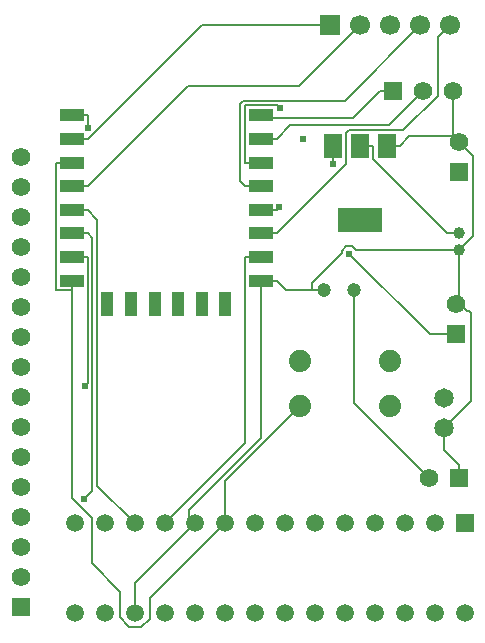
<source format=gtl>
G04 ---------------------------- Layer name :TOP LAYER*
G04 EasyEDA v5.7.22, Tue, 28 Aug 2018 09:43:57 GMT*
G04 05ccef7fa68345538657c4b36dae5f98*
G04 Gerber Generator version 0.2*
G04 Scale: 100 percent, Rotated: No, Reflected: No *
G04 Dimensions in inches *
G04 leading zeros omitted , absolute positions ,2 integer and 4 decimal *
%FSLAX24Y24*%
%MOIN*%
G90*
G70D02*

%ADD11C,0.006000*%
%ADD12C,0.024400*%
%ADD13C,0.024000*%
%ADD14R,0.078740X0.039370*%
%ADD15R,0.039370X0.078740*%
%ADD16R,0.149606X0.078740*%
%ADD17R,0.059055X0.078740*%
%ADD18C,0.059055*%
%ADD19R,0.059055X0.059055*%
%ADD20C,0.047000*%
%ADD21C,0.074000*%
%ADD22C,0.065000*%
%ADD23C,0.039370*%
%ADD24R,0.062000X0.062000*%
%ADD25C,0.062000*%
%ADD26R,0.066929X0.066929*%
%ADD27C,0.066929*%

%LPD*%
G54D11*
G01X2700Y18700D02*
G01X3225Y18700D01*
G01X3253Y18284D02*
G01X3253Y18671D01*
G01X3225Y18700D01*
G01X3225Y14763D02*
G01X3386Y14601D01*
G01X3386Y6180D01*
G01X3103Y5898D01*
G01X2700Y14763D02*
G01X3225Y14763D01*
G01X9615Y15640D02*
G01X9525Y15548D01*
G01X9000Y15548D02*
G01X9525Y15548D01*
G01X15500Y11400D02*
G01X14627Y11400D01*
G01X11943Y14084D01*
G01X8475Y17123D02*
G01X8475Y19021D01*
G01X8480Y19027D01*
G01X9544Y19027D01*
G01X9638Y18934D01*
G01X9000Y17123D02*
G01X8475Y17123D01*
G01X11394Y17155D02*
G01X11394Y17063D01*
G01X11394Y17680D02*
G01X11394Y17155D01*
G01X14600Y6600D02*
G01X12089Y9109D01*
G01X12089Y12869D01*
G01X2701Y12890D02*
G01X2701Y13188D01*
G01X7800Y5100D02*
G01X5300Y2600D01*
G01X5300Y1926D01*
G01X5021Y1650D01*
G01X4619Y1650D01*
G01X4296Y1973D01*
G01X4296Y2823D01*
G01X3357Y3763D01*
G01X3357Y5290D01*
G01X2701Y5946D01*
G01X2701Y12890D01*
G01X2701Y12890D02*
G01X2175Y12890D01*
G01X2175Y17125D01*
G01X2700Y17125D02*
G01X2175Y17125D01*
G01X10300Y9000D02*
G01X7800Y6500D01*
G01X7800Y5100D01*
G01X12300Y17680D02*
G01X12726Y17680D01*
G01X12726Y17680D02*
G01X12726Y17253D01*
G01X15189Y14790D01*
G01X15600Y14790D01*
G01X6800Y5100D02*
G01X6601Y5298D01*
G01X6601Y5530D01*
G01X9000Y7928D01*
G01X9000Y13186D01*
G01X10706Y12869D02*
G01X10706Y13111D01*
G01X11692Y14096D01*
G01X11692Y14188D01*
G01X11839Y14336D01*
G01X12047Y14336D01*
G01X12181Y14200D01*
G01X15600Y14200D01*
G01X10706Y12869D02*
G01X9839Y12869D01*
G01X9523Y13186D01*
G01X11089Y12869D02*
G01X10706Y12869D01*
G01X6800Y5100D02*
G01X4800Y3100D01*
G01X4800Y2100D01*
G01X13206Y17680D02*
G01X13631Y17680D01*
G01X9000Y13186D02*
G01X9523Y13186D01*
G01X15400Y18000D02*
G01X15600Y17800D01*
G01X15400Y19500D02*
G01X15400Y18000D01*
G01X15400Y18000D02*
G01X13952Y18000D01*
G01X13631Y17680D01*
G01X15600Y13350D02*
G01X15600Y12446D01*
G01X15860Y12186D01*
G01X15923Y12186D01*
G01X16006Y12103D01*
G01X16006Y9167D01*
G01X15100Y8261D01*
G01X15600Y13350D02*
G01X15600Y14200D01*
G01X15500Y12400D02*
G01X15600Y12500D01*
G01X15600Y13350D01*
G01X15600Y17800D02*
G01X16067Y17332D01*
G01X16067Y14667D01*
G01X15600Y14200D01*
G01X15600Y6600D02*
G01X15600Y7040D01*
G01X15600Y7040D02*
G01X15100Y7540D01*
G01X15100Y8261D01*
G01X11300Y21700D02*
G01X7023Y21700D01*
G01X3236Y17911D01*
G01X3225Y17911D01*
G01X2700Y17911D02*
G01X3225Y17911D01*
G01X3225Y16338D02*
G01X6569Y19682D01*
G01X10281Y19682D01*
G01X12300Y21700D01*
G01X2700Y16338D02*
G01X3225Y16338D01*
G01X3225Y15550D02*
G01X3548Y15226D01*
G01X3548Y6351D01*
G01X4800Y5100D01*
G01X2700Y15550D02*
G01X3225Y15550D01*
G01X5800Y5100D02*
G01X8475Y7775D01*
G01X8475Y13975D01*
G01X9000Y13975D02*
G01X8475Y13975D01*
G01X9001Y14761D02*
G01X9525Y14761D01*
G01X9525Y14761D02*
G01X11847Y17084D01*
G01X11847Y18115D01*
G01X11936Y18205D01*
G01X13748Y18205D01*
G01X14900Y19355D01*
G01X14900Y21300D01*
G01X15300Y21700D01*
G01X8475Y16336D02*
G01X8313Y16498D01*
G01X8313Y19088D01*
G01X8413Y19188D01*
G01X11788Y19188D01*
G01X14300Y21700D01*
G01X9000Y16336D02*
G01X8475Y16336D01*
G01X9000Y17911D02*
G01X9525Y17911D01*
G01X14400Y19500D02*
G01X13271Y18371D01*
G01X9984Y18371D01*
G01X9525Y17911D01*
G01X12959Y19500D02*
G01X12071Y18611D01*
G01X9086Y18611D01*
G01X9000Y18698D01*
G01X13400Y19500D02*
G01X12959Y19500D01*
G01X2700Y13976D02*
G01X3225Y13976D01*
G01X3128Y9671D02*
G01X3225Y9767D01*
G01X3225Y13976D01*
G54D14*
G01X2700Y18700D03*
G01X2700Y17912D03*
G01X2700Y17125D03*
G01X2700Y16338D03*
G01X2700Y15550D03*
G01X2700Y14763D03*
G01X2700Y13976D03*
G01X2700Y13188D03*
G54D15*
G01X3882Y12400D03*
G01X4668Y12401D03*
G01X5455Y12400D03*
G01X6242Y12400D03*
G01X7030Y12400D03*
G01X7817Y12400D03*
G54D14*
G01X8999Y13186D03*
G01X9000Y13975D03*
G01X9000Y14761D03*
G01X9000Y15548D03*
G01X9000Y16336D03*
G01X9000Y17123D03*
G01X9000Y17911D03*
G01X9000Y18698D03*
G54D16*
G01X12300Y15200D03*
G54D17*
G01X12300Y17680D03*
G01X11394Y17680D03*
G01X13205Y17680D03*
G54D18*
G01X2800Y2100D03*
G01X3800Y2100D03*
G01X4800Y2100D03*
G01X5800Y2100D03*
G01X6800Y2100D03*
G01X7800Y2100D03*
G01X8800Y2100D03*
G01X9800Y2100D03*
G01X10800Y2100D03*
G01X11800Y2100D03*
G01X12800Y2100D03*
G01X13800Y2100D03*
G01X14800Y2100D03*
G01X15800Y2100D03*
G01X2800Y5100D03*
G01X3800Y5100D03*
G01X4800Y5100D03*
G01X5800Y5100D03*
G01X6800Y5100D03*
G01X7800Y5100D03*
G01X8800Y5100D03*
G01X9800Y5100D03*
G01X10800Y5100D03*
G01X11800Y5100D03*
G01X12800Y5100D03*
G01X13800Y5100D03*
G01X14800Y5100D03*
G54D19*
G01X15800Y5100D03*
G54D20*
G01X11089Y12869D03*
G01X12089Y12869D03*
G54D21*
G01X13300Y9000D03*
G01X10300Y9000D03*
G54D22*
G01X15100Y9261D03*
G01X15100Y8261D03*
G54D23*
G01X15600Y14200D03*
G01X15600Y14790D03*
G54D21*
G01X13300Y10500D03*
G01X10300Y10500D03*
G54D24*
G01X15600Y16800D03*
G54D25*
G01X15600Y17800D03*
G54D24*
G01X15500Y11400D03*
G54D25*
G01X15500Y12400D03*
G54D24*
G01X1000Y2300D03*
G54D25*
G01X1000Y3300D03*
G01X1000Y4300D03*
G01X1000Y5300D03*
G01X1000Y6300D03*
G01X1000Y7300D03*
G01X1000Y8300D03*
G01X1000Y9300D03*
G01X1000Y10300D03*
G01X1000Y11300D03*
G01X1000Y12300D03*
G01X1000Y13300D03*
G01X1000Y14300D03*
G01X1000Y15300D03*
G01X1000Y16300D03*
G01X1000Y17300D03*
G01X15400Y19500D03*
G01X14400Y19500D03*
G54D24*
G01X13400Y19500D03*
G01X15600Y6600D03*
G54D25*
G01X14600Y6600D03*
G54D26*
G01X11300Y21700D03*
G54D27*
G01X12300Y21700D03*
G01X13300Y21700D03*
G01X14300Y21700D03*
G01X15300Y21700D03*
G54D12*
G01X10400Y17900D03*
G54D13*
G01X3253Y18284D03*
G01X3103Y5898D03*
G01X9615Y15640D03*
G01X11943Y14084D03*
G01X9638Y18934D03*
G01X11394Y17063D03*
G01X3128Y9671D03*
M00*
M02*

</source>
